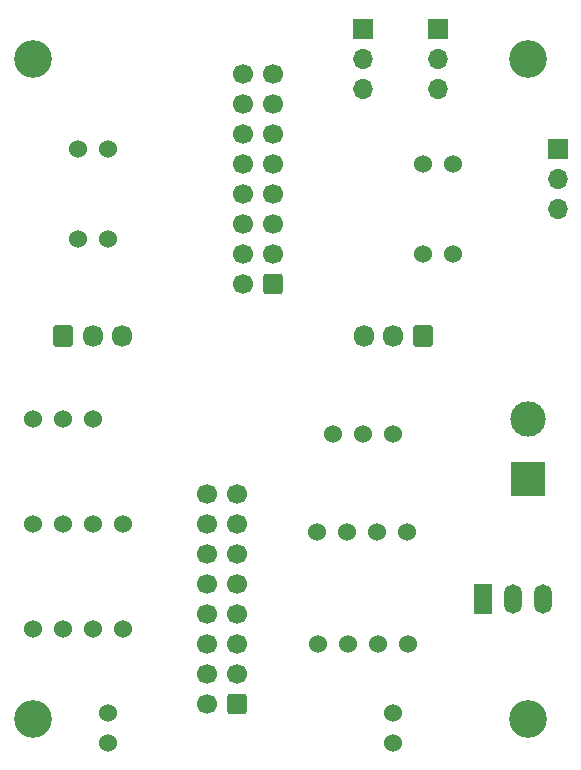
<source format=gbr>
%TF.GenerationSoftware,KiCad,Pcbnew,(6.0.1)*%
%TF.CreationDate,2022-02-03T23:41:23+01:00*%
%TF.ProjectId,CarteSecondaire,43617274-6553-4656-936f-6e6461697265,rev?*%
%TF.SameCoordinates,Original*%
%TF.FileFunction,Soldermask,Bot*%
%TF.FilePolarity,Negative*%
%FSLAX46Y46*%
G04 Gerber Fmt 4.6, Leading zero omitted, Abs format (unit mm)*
G04 Created by KiCad (PCBNEW (6.0.1)) date 2022-02-03 23:41:23*
%MOMM*%
%LPD*%
G01*
G04 APERTURE LIST*
G04 Aperture macros list*
%AMRoundRect*
0 Rectangle with rounded corners*
0 $1 Rounding radius*
0 $2 $3 $4 $5 $6 $7 $8 $9 X,Y pos of 4 corners*
0 Add a 4 corners polygon primitive as box body*
4,1,4,$2,$3,$4,$5,$6,$7,$8,$9,$2,$3,0*
0 Add four circle primitives for the rounded corners*
1,1,$1+$1,$2,$3*
1,1,$1+$1,$4,$5*
1,1,$1+$1,$6,$7*
1,1,$1+$1,$8,$9*
0 Add four rect primitives between the rounded corners*
20,1,$1+$1,$2,$3,$4,$5,0*
20,1,$1+$1,$4,$5,$6,$7,0*
20,1,$1+$1,$6,$7,$8,$9,0*
20,1,$1+$1,$8,$9,$2,$3,0*%
G04 Aperture macros list end*
%ADD10RoundRect,0.250000X0.600000X0.600000X-0.600000X0.600000X-0.600000X-0.600000X0.600000X-0.600000X0*%
%ADD11C,1.700000*%
%ADD12R,1.500000X2.500000*%
%ADD13O,1.500000X2.500000*%
%ADD14R,3.000000X3.000000*%
%ADD15C,3.000000*%
%ADD16C,3.200000*%
%ADD17C,1.524000*%
%ADD18R,1.700000X1.700000*%
%ADD19O,1.700000X1.700000*%
%ADD20RoundRect,0.250000X0.600000X0.675000X-0.600000X0.675000X-0.600000X-0.675000X0.600000X-0.675000X0*%
%ADD21O,1.700000X1.850000*%
%ADD22RoundRect,0.250000X-0.600000X-0.675000X0.600000X-0.675000X0.600000X0.675000X-0.600000X0.675000X0*%
G04 APERTURE END LIST*
D10*
%TO.C,NAPPE2*%
X111801511Y-181001511D03*
D11*
X109261511Y-181001511D03*
X111801511Y-178461511D03*
X109261511Y-178461511D03*
X111801511Y-175921511D03*
X109261511Y-175921511D03*
X111801511Y-173381511D03*
X109261511Y-173381511D03*
X111801511Y-170841511D03*
X109261511Y-170841511D03*
X111801511Y-168301511D03*
X109261511Y-168301511D03*
X111801511Y-165761511D03*
X109261511Y-165761511D03*
X111801511Y-163221511D03*
X109261511Y-163221511D03*
%TD*%
D12*
%TO.C,TSR_1-2450*%
X132639011Y-172111511D03*
D13*
X135179011Y-172111511D03*
X137719011Y-172111511D03*
%TD*%
D14*
%TO.C,SCREW_TERM*%
X136449011Y-161951511D03*
D15*
X136449011Y-156871511D03*
%TD*%
D16*
%TO.C,R*%
X94539011Y-126391511D03*
%TD*%
D17*
%TO.C,PWM_MOT1*%
X94539011Y-156871511D03*
X97079011Y-156871511D03*
X99619011Y-156871511D03*
%TD*%
%TO.C,POMPE1*%
X98349011Y-141631511D03*
X100889011Y-141631511D03*
%TD*%
%TO.C,CONTACT2*%
X125019011Y-181763511D03*
X125019011Y-184303511D03*
%TD*%
D18*
%TO.C,SERVO1*%
X128829011Y-123851511D03*
D19*
X128829011Y-126391511D03*
X128829011Y-128931511D03*
%TD*%
D17*
%TO.C,ENC_FOL2*%
X126210000Y-166500000D03*
X123670000Y-166500000D03*
X121130000Y-166500000D03*
X118590000Y-166500000D03*
%TD*%
%TO.C,EV2*%
X130099011Y-135281511D03*
X127559011Y-135281511D03*
%TD*%
%TO.C,EV1*%
X98349011Y-134011511D03*
X100889011Y-134011511D03*
%TD*%
D16*
%TO.C,R*%
X94539011Y-182271511D03*
%TD*%
D17*
%TO.C,POMPE2*%
X130099011Y-142901511D03*
X127559011Y-142901511D03*
%TD*%
%TO.C,ENC_MOT1*%
X94539011Y-174651511D03*
X97079011Y-174651511D03*
X99619011Y-174651511D03*
X102159011Y-174651511D03*
%TD*%
D18*
%TO.C,SERVO3*%
X138989011Y-134026511D03*
D19*
X138989011Y-136566511D03*
X138989011Y-139106511D03*
%TD*%
D16*
%TO.C,R*%
X136449011Y-126391511D03*
%TD*%
D10*
%TO.C,J18*%
X114859011Y-145441511D03*
D11*
X112319011Y-145441511D03*
X114859011Y-142901511D03*
X112319011Y-142901511D03*
X114859011Y-140361511D03*
X112319011Y-140361511D03*
X114859011Y-137821511D03*
X112319011Y-137821511D03*
X114859011Y-135281511D03*
X112319011Y-135281511D03*
X114859011Y-132741511D03*
X112319011Y-132741511D03*
X114859011Y-130201511D03*
X112319011Y-130201511D03*
X114859011Y-127661511D03*
X112319011Y-127661511D03*
%TD*%
D17*
%TO.C,ENC_MOT2*%
X126289011Y-175921511D03*
X123749011Y-175921511D03*
X121209011Y-175921511D03*
X118669011Y-175921511D03*
%TD*%
D16*
%TO.C,R*%
X136449011Y-182271511D03*
%TD*%
D18*
%TO.C,SERVO2*%
X122479011Y-123866511D03*
D19*
X122479011Y-126406511D03*
X122479011Y-128946511D03*
%TD*%
D17*
%TO.C,MOT_PWM2*%
X125019011Y-158141511D03*
X122479011Y-158141511D03*
X119939011Y-158141511D03*
%TD*%
D20*
%TO.C,DYNAMIXEL2*%
X127559011Y-149871511D03*
D21*
X125059011Y-149871511D03*
X122559011Y-149871511D03*
%TD*%
D22*
%TO.C,DYNAMIXEL1*%
X97119011Y-149901511D03*
D21*
X99619011Y-149901511D03*
X102119011Y-149901511D03*
%TD*%
D17*
%TO.C,CONTACT1*%
X100889011Y-181763511D03*
X100889011Y-184303511D03*
%TD*%
%TO.C,ENC_FOL1*%
X94539011Y-165761511D03*
X97079011Y-165761511D03*
X99619011Y-165761511D03*
X102159011Y-165761511D03*
%TD*%
M02*

</source>
